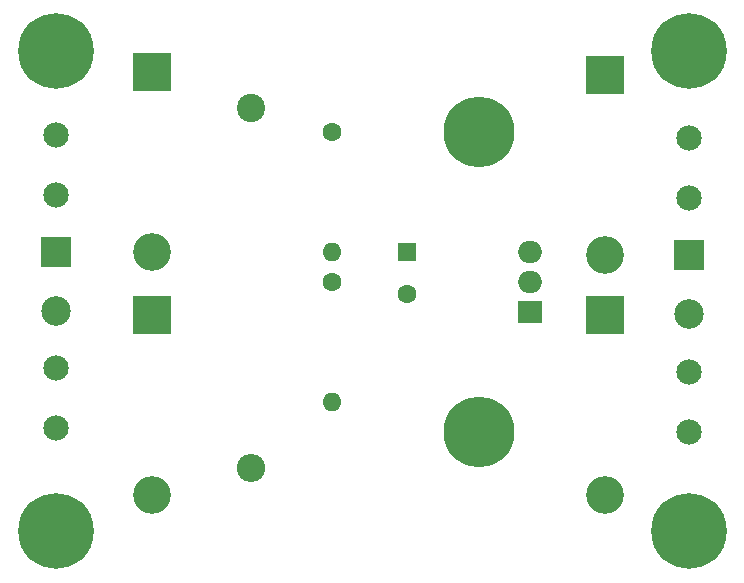
<source format=gbr>
G04 #@! TF.GenerationSoftware,KiCad,Pcbnew,(6.0.1-0)*
G04 #@! TF.CreationDate,2022-02-08T15:39:46+01:00*
G04 #@! TF.ProjectId,inrush-current-limiter-scr,696e7275-7368-42d6-9375-7272656e742d,rev?*
G04 #@! TF.SameCoordinates,Original*
G04 #@! TF.FileFunction,Soldermask,Top*
G04 #@! TF.FilePolarity,Negative*
%FSLAX46Y46*%
G04 Gerber Fmt 4.6, Leading zero omitted, Abs format (unit mm)*
G04 Created by KiCad (PCBNEW (6.0.1-0)) date 2022-02-08 15:39:46*
%MOMM*%
%LPD*%
G01*
G04 APERTURE LIST*
%ADD10R,3.200000X3.200000*%
%ADD11O,3.200000X3.200000*%
%ADD12C,1.600000*%
%ADD13O,1.600000X1.600000*%
%ADD14R,2.500000X2.500000*%
%ADD15C,2.500000*%
%ADD16C,2.145000*%
%ADD17C,0.800000*%
%ADD18C,6.400000*%
%ADD19R,2.000000X1.905000*%
%ADD20O,2.000000X1.905000*%
%ADD21R,1.600000X1.600000*%
%ADD22C,6.000000*%
%ADD23C,2.400000*%
%ADD24O,2.400000X2.400000*%
G04 APERTURE END LIST*
D10*
X131826000Y-83312000D03*
D11*
X131826000Y-98552000D03*
D12*
X108712000Y-67818000D03*
D13*
X108712000Y-77978000D03*
D14*
X85344000Y-77978000D03*
D15*
X85344000Y-82978000D03*
D16*
X138938000Y-93218000D03*
X138938000Y-88138000D03*
X85344000Y-87757000D03*
X85344000Y-92837000D03*
X138938000Y-68326000D03*
X138938000Y-73406000D03*
D17*
X85344000Y-63360000D03*
X82944000Y-60960000D03*
D18*
X85344000Y-60960000D03*
D17*
X83646944Y-62657056D03*
X85344000Y-58560000D03*
X87041056Y-62657056D03*
X87041056Y-59262944D03*
X83646944Y-59262944D03*
X87744000Y-60960000D03*
D19*
X125476000Y-83058000D03*
D20*
X125476000Y-80518000D03*
X125476000Y-77978000D03*
D14*
X138938000Y-78232000D03*
D15*
X138938000Y-83232000D03*
D17*
X137240944Y-59262944D03*
X138938000Y-63360000D03*
X141338000Y-60960000D03*
X136538000Y-60960000D03*
X137240944Y-62657056D03*
X140635056Y-62657056D03*
X138938000Y-58560000D03*
D18*
X138938000Y-60960000D03*
D17*
X140635056Y-59262944D03*
D10*
X93472000Y-62738000D03*
D11*
X93472000Y-77978000D03*
D21*
X115062000Y-77978000D03*
D12*
X115062000Y-81478000D03*
X108712000Y-80518000D03*
D13*
X108712000Y-90678000D03*
D10*
X131826000Y-62992000D03*
D11*
X131826000Y-78232000D03*
D16*
X85344000Y-73152000D03*
X85344000Y-68072000D03*
D22*
X121158000Y-67818000D03*
X121158000Y-93218000D03*
D23*
X101854000Y-65786000D03*
D24*
X101854000Y-96266000D03*
D17*
X141338000Y-101600000D03*
X136538000Y-101600000D03*
X137240944Y-99902944D03*
X137240944Y-103297056D03*
X140635056Y-99902944D03*
D18*
X138938000Y-101600000D03*
D17*
X140635056Y-103297056D03*
X138938000Y-99200000D03*
X138938000Y-104000000D03*
X83646944Y-103297056D03*
X87041056Y-103297056D03*
X87041056Y-99902944D03*
X85344000Y-99200000D03*
D18*
X85344000Y-101600000D03*
D17*
X85344000Y-104000000D03*
X87744000Y-101600000D03*
X82944000Y-101600000D03*
X83646944Y-99902944D03*
D10*
X93472000Y-83312000D03*
D11*
X93472000Y-98552000D03*
M02*

</source>
